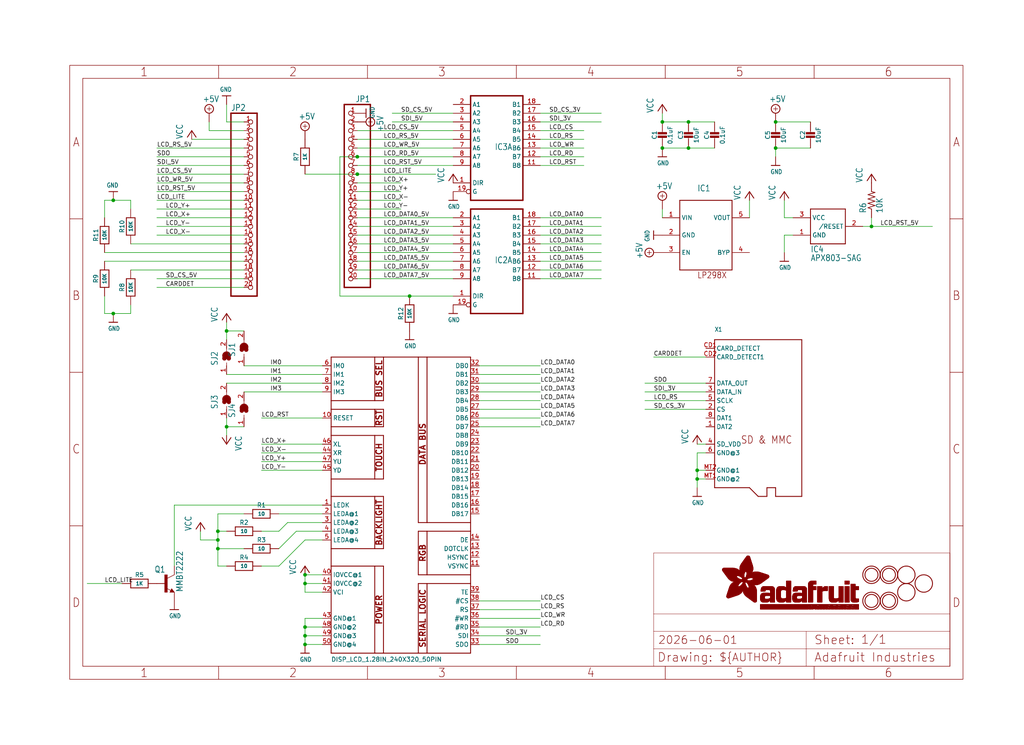
<source format=kicad_sch>
(kicad_sch (version 20230121) (generator eeschema)
  (paper "User" 298.45 217.322)
  (lib_symbols
    (symbol "working-eagle-import:+5V" (power)
      (property "Value" "+5V" (at -1.905 3.175 0))
      (symbol "+5V_1_0"
        (pin power_in line (at 0 -2.54 90) (length 2.54) (name "+5V") (number "1"))
      )
    )
    (symbol "working-eagle-import:-NPN-SOT23-BEC"
      (property "Reference" "T" (at -10.16 7.62 0))
      (symbol "-NPN-SOT23-BEC_1_0"
        (pin passive line (at -2.54 0 0) (length 2.54) (name "B") (number "B"))
        (pin passive line (at 2.54 5.08 270) (length 2.54) (name "C") (number "C"))
        (pin passive line (at 2.54 -5.08 90) (length 2.54) (name "E") (number "E"))
      )
    )
    (symbol "working-eagle-import:74245DW"
      (property "Reference" "IC" (at -0.635 -0.635 0))
      (symbol "74245DW_1_0"
        (pin input line (at -12.7 -10.16 0) (length 5.08) (name "DIR") (number "1"))
        (pin bidirectional line (at 12.7 -5.08 180) (length 5.08) (name "B8") (number "11"))
        (pin bidirectional line (at 12.7 -2.54 180) (length 5.08) (name "B7") (number "12"))
        (pin bidirectional line (at 12.7 0 180) (length 5.08) (name "B6") (number "13"))
        (pin bidirectional line (at 12.7 2.54 180) (length 5.08) (name "B5") (number "14"))
        (pin bidirectional line (at 12.7 5.08 180) (length 5.08) (name "B4") (number "15"))
        (pin bidirectional line (at 12.7 7.62 180) (length 5.08) (name "B3") (number "16"))
        (pin bidirectional line (at 12.7 10.16 180) (length 5.08) (name "B2") (number "17"))
        (pin bidirectional line (at 12.7 12.7 180) (length 5.08) (name "B1") (number "18"))
        (pin input inverted (at -12.7 -12.7 0) (length 5.08) (name "G") (number "19"))
        (pin bidirectional line (at -12.7 12.7 0) (length 5.08) (name "A1") (number "2"))
        (pin bidirectional line (at -12.7 10.16 0) (length 5.08) (name "A2") (number "3"))
        (pin bidirectional line (at -12.7 7.62 0) (length 5.08) (name "A3") (number "4"))
        (pin bidirectional line (at -12.7 5.08 0) (length 5.08) (name "A4") (number "5"))
        (pin bidirectional line (at -12.7 2.54 0) (length 5.08) (name "A5") (number "6"))
        (pin bidirectional line (at -12.7 0 0) (length 5.08) (name "A6") (number "7"))
        (pin bidirectional line (at -12.7 -2.54 0) (length 5.08) (name "A7") (number "8"))
        (pin bidirectional line (at -12.7 -5.08 0) (length 5.08) (name "A8") (number "9"))
      )
      (symbol "74245DW_2_0"
        (text "GND" (at 1.905 -5.842 900) (effects (font (size 1.27 1.0795)) (justify left bottom)))
        (text "VCC" (at 1.905 2.54 900) (effects (font (size 1.27 1.0795)) (justify left bottom)))
        (pin power_in line (at 0 -7.62 90) (length 5.08) (name "GND") (number "10"))
        (pin power_in line (at 0 7.62 270) (length 5.08) (name "VCC") (number "20"))
      )
    )
    (symbol "working-eagle-import:AXP083-SAG"
      (property "Reference" "IC" (at -5.08 -7.62 0))
      (symbol "AXP083-SAG_1_0"
        (pin power_in line (at -10.16 -2.54 0) (length 5.08) (name "GND") (number "1"))
        (pin output line (at 10.16 0 180) (length 5.08) (name "/RESET") (number "2"))
        (pin power_in line (at -10.16 2.54 0) (length 5.08) (name "VCC") (number "3"))
      )
    )
    (symbol "working-eagle-import:CAP_CERAMIC0805-NOOUTLINE"
      (property "Reference" "C" (at -2.29 1.25 90))
      (symbol "CAP_CERAMIC0805-NOOUTLINE_1_0"
        (pin passive line (at 0 5.08 270) (length 2.54) (name "1") (number "1"))
        (pin passive line (at 0 -2.54 90) (length 2.54) (name "2") (number "2"))
      )
    )
    (symbol "working-eagle-import:DISP_LCD_1.28IN_240X320_50PIN"
      (symbol "DISP_LCD_1.28IN_240X320_50PIN_1_0"
        (text "BACKLIGHT" (at -6.35 -7.62 900) (effects (font (size 1.6764 1.6764) (thickness 0.3353) bold)))
        (text "BUS SEL" (at -6.35 34.29 900) (effects (font (size 1.6764 1.6764) (thickness 0.3353) bold)))
        (text "DATA BUS" (at 6.35 15.24 900) (effects (font (size 1.6764 1.6764) (thickness 0.3353) bold)))
        (text "POWER" (at -6.35 -33.02 900) (effects (font (size 1.6764 1.6764) (thickness 0.3353) bold)))
        (text "RGB" (at 6.35 -16.51 900) (effects (font (size 1.6764 1.6764) (thickness 0.3353) bold)))
        (text "RST" (at -6.35 22.86 900) (effects (font (size 1.6764 1.6764) (thickness 0.3353) bold)))
        (text "SERIAL LOGIC" (at 6.35 -35.56 900) (effects (font (size 1.6764 1.6764) (thickness 0.3353) bold)))
        (text "TOUCH" (at -6.35 11.43 900) (effects (font (size 1.6764 1.6764) (thickness 0.3353) bold)))
        (pin bidirectional line (at -22.86 -2.54 0) (length 2.54) (name "LEDK") (number "1"))
        (pin bidirectional line (at -22.86 22.86 0) (length 2.54) (name "RESET") (number "10"))
        (pin bidirectional line (at 22.86 -20.32 180) (length 2.54) (name "VSYNC") (number "11"))
        (pin bidirectional line (at 22.86 -17.78 180) (length 2.54) (name "HSYNC") (number "12"))
        (pin bidirectional line (at 22.86 -15.24 180) (length 2.54) (name "DOTCLK") (number "13"))
        (pin bidirectional line (at 22.86 -12.7 180) (length 2.54) (name "DE") (number "14"))
        (pin bidirectional line (at 22.86 -5.08 180) (length 2.54) (name "DB17") (number "15"))
        (pin bidirectional line (at 22.86 -2.54 180) (length 2.54) (name "DB16") (number "16"))
        (pin bidirectional line (at 22.86 0 180) (length 2.54) (name "DB15") (number "17"))
        (pin bidirectional line (at 22.86 2.54 180) (length 2.54) (name "DB14") (number "18"))
        (pin bidirectional line (at 22.86 5.08 180) (length 2.54) (name "DB13") (number "19"))
        (pin bidirectional line (at -22.86 -5.08 0) (length 2.54) (name "LEDA@1") (number "2"))
        (pin bidirectional line (at 22.86 7.62 180) (length 2.54) (name "DB12") (number "20"))
        (pin bidirectional line (at 22.86 10.16 180) (length 2.54) (name "DB11") (number "21"))
        (pin bidirectional line (at 22.86 12.7 180) (length 2.54) (name "DB10") (number "22"))
        (pin bidirectional line (at 22.86 15.24 180) (length 2.54) (name "DB9") (number "23"))
        (pin bidirectional line (at 22.86 17.78 180) (length 2.54) (name "DB8") (number "24"))
        (pin bidirectional line (at 22.86 20.32 180) (length 2.54) (name "DB7") (number "25"))
        (pin bidirectional line (at 22.86 22.86 180) (length 2.54) (name "DB6") (number "26"))
        (pin bidirectional line (at 22.86 25.4 180) (length 2.54) (name "DB5") (number "27"))
        (pin bidirectional line (at 22.86 27.94 180) (length 2.54) (name "DB4") (number "28"))
        (pin bidirectional line (at 22.86 30.48 180) (length 2.54) (name "DB3") (number "29"))
        (pin bidirectional line (at -22.86 -7.62 0) (length 2.54) (name "LEDA@2") (number "3"))
        (pin bidirectional line (at 22.86 33.02 180) (length 2.54) (name "DB2") (number "30"))
        (pin bidirectional line (at 22.86 35.56 180) (length 2.54) (name "DB1") (number "31"))
        (pin bidirectional line (at 22.86 38.1 180) (length 2.54) (name "DB0") (number "32"))
        (pin bidirectional line (at 22.86 -43.18 180) (length 2.54) (name "SDO") (number "33"))
        (pin bidirectional line (at 22.86 -40.64 180) (length 2.54) (name "SDI") (number "34"))
        (pin bidirectional line (at 22.86 -38.1 180) (length 2.54) (name "#RD") (number "35"))
        (pin bidirectional line (at 22.86 -35.56 180) (length 2.54) (name "#WR") (number "36"))
        (pin bidirectional line (at 22.86 -33.02 180) (length 2.54) (name "RS") (number "37"))
        (pin bidirectional line (at 22.86 -30.48 180) (length 2.54) (name "#CS") (number "38"))
        (pin bidirectional line (at 22.86 -27.94 180) (length 2.54) (name "TE") (number "39"))
        (pin bidirectional line (at -22.86 -10.16 0) (length 2.54) (name "LEDA@3") (number "4"))
        (pin bidirectional line (at -22.86 -22.86 0) (length 2.54) (name "IOVCC@1") (number "40"))
        (pin bidirectional line (at -22.86 -25.4 0) (length 2.54) (name "IOVCC@2") (number "41"))
        (pin bidirectional line (at -22.86 -27.94 0) (length 2.54) (name "VCI") (number "42"))
        (pin bidirectional line (at -22.86 -35.56 0) (length 2.54) (name "GND@1") (number "43"))
        (pin bidirectional line (at -22.86 12.7 0) (length 2.54) (name "XR") (number "44"))
        (pin bidirectional line (at -22.86 7.62 0) (length 2.54) (name "YD") (number "45"))
        (pin bidirectional line (at -22.86 15.24 0) (length 2.54) (name "XL") (number "46"))
        (pin bidirectional line (at -22.86 10.16 0) (length 2.54) (name "YU") (number "47"))
        (pin bidirectional line (at -22.86 -38.1 0) (length 2.54) (name "GND@2") (number "48"))
        (pin bidirectional line (at -22.86 -40.64 0) (length 2.54) (name "GND@3") (number "49"))
        (pin bidirectional line (at -22.86 -12.7 0) (length 2.54) (name "LEDA@4") (number "5"))
        (pin bidirectional line (at -22.86 -43.18 0) (length 2.54) (name "GND@4") (number "50"))
        (pin bidirectional line (at -22.86 38.1 0) (length 2.54) (name "IM0") (number "6"))
        (pin bidirectional line (at -22.86 35.56 0) (length 2.54) (name "IM1") (number "7"))
        (pin bidirectional line (at -22.86 33.02 0) (length 2.54) (name "IM2") (number "8"))
        (pin bidirectional line (at -22.86 30.48 0) (length 2.54) (name "IM3") (number "9"))
      )
    )
    (symbol "working-eagle-import:FIDUCIAL")
    (symbol "working-eagle-import:FRAME_A4_ADAFRUIT"
      (symbol "FRAME_A4_ADAFRUIT_1_0"
        (text "${#}/${##}" (at 230.505 10.16 0) (effects (font (size 2.54 2.54)) (justify left bottom)))
        (text "${AUTHOR}" (at 189.23 5.08 0) (effects (font (size 2.286 2.286)) (justify left bottom)))
        (text "${CURRENT_DATE}" (at 171.45 10.16 0) (effects (font (size 2.286 2.286)) (justify left bottom)))
        (text "${PROJECTNAME}" (at 171.45 15.24 0) (effects (font (size 2.54 2.54)) (justify left bottom)))
        (text "1" (at 21.6958 1.905 0) (effects (font (size 2.54 2.286))))
        (text "1" (at 21.6958 177.165 0) (effects (font (size 2.54 2.286))))
        (text "2" (at 65.0875 1.905 0) (effects (font (size 2.54 2.286))))
        (text "2" (at 65.0875 177.165 0) (effects (font (size 2.54 2.286))))
        (text "3" (at 108.4792 1.905 0) (effects (font (size 2.54 2.286))))
        (text "3" (at 108.4792 177.165 0) (effects (font (size 2.54 2.286))))
        (text "4" (at 151.8708 1.905 0) (effects (font (size 2.54 2.286))))
        (text "4" (at 151.8708 177.165 0) (effects (font (size 2.54 2.286))))
        (text "5" (at 195.2625 1.905 0) (effects (font (size 2.54 2.286))))
        (text "5" (at 195.2625 177.165 0) (effects (font (size 2.54 2.286))))
        (text "6" (at 238.6542 1.905 0) (effects (font (size 2.54 2.286))))
        (text "6" (at 238.6542 177.165 0) (effects (font (size 2.54 2.286))))
        (text "A" (at 1.905 156.6863 0) (effects (font (size 2.54 2.286))))
        (text "A" (at 258.445 156.6863 0) (effects (font (size 2.54 2.286))))
        (text "Adafruit Industries" (at 216.916 4.953 0) (effects (font (size 2.54 2.54)) (justify left bottom)))
        (text "B" (at 1.905 111.9188 0) (effects (font (size 2.54 2.286))))
        (text "B" (at 258.445 111.9188 0) (effects (font (size 2.54 2.286))))
        (text "C" (at 1.905 67.1513 0) (effects (font (size 2.54 2.286))))
        (text "C" (at 258.445 67.1513 0) (effects (font (size 2.54 2.286))))
        (text "D" (at 1.905 22.3838 0) (effects (font (size 2.54 2.286))))
        (text "D" (at 258.445 22.3838 0) (effects (font (size 2.54 2.286))))
        (text "Drawing:" (at 171.196 4.953 0) (effects (font (size 2.54 2.54)) (justify left bottom)))
        (text "Sheet:" (at 216.916 10.033 0) (effects (font (size 2.54 2.54)) (justify left bottom)))
      )
    )
    (symbol "working-eagle-import:GND" (power)
      (property "Value" "GND" (at -1.524 -2.54 0))
      (symbol "GND_1_0"
        (pin power_in line (at 0 2.54 270) (length 2.54) (name "GND") (number "1"))
      )
    )
    (symbol "working-eagle-import:HEADER-1X20ROUND"
      (property "Reference" "JP" (at -6.35 26.035 0))
      (symbol "HEADER-1X20ROUND_1_0"
        (pin passive inverted (at -2.54 22.86 0) (length 2.54) (name "1") (number "1"))
        (pin passive inverted (at -2.54 0 0) (length 2.54) (name "10") (number "10"))
        (pin passive inverted (at -2.54 -2.54 0) (length 2.54) (name "11") (number "11"))
        (pin passive inverted (at -2.54 -5.08 0) (length 2.54) (name "12") (number "12"))
        (pin passive inverted (at -2.54 -7.62 0) (length 2.54) (name "13") (number "13"))
        (pin passive inverted (at -2.54 -10.16 0) (length 2.54) (name "14") (number "14"))
        (pin passive inverted (at -2.54 -12.7 0) (length 2.54) (name "15") (number "15"))
        (pin passive inverted (at -2.54 -15.24 0) (length 2.54) (name "16") (number "16"))
        (pin passive inverted (at -2.54 -17.78 0) (length 2.54) (name "17") (number "17"))
        (pin passive inverted (at -2.54 -20.32 0) (length 2.54) (name "18") (number "18"))
        (pin passive inverted (at -2.54 -22.86 0) (length 2.54) (name "19") (number "19"))
        (pin passive inverted (at -2.54 20.32 0) (length 2.54) (name "2") (number "2"))
        (pin passive inverted (at -2.54 -25.4 0) (length 2.54) (name "20") (number "20"))
        (pin passive inverted (at -2.54 17.78 0) (length 2.54) (name "3") (number "3"))
        (pin passive inverted (at -2.54 15.24 0) (length 2.54) (name "4") (number "4"))
        (pin passive inverted (at -2.54 12.7 0) (length 2.54) (name "5") (number "5"))
        (pin passive inverted (at -2.54 10.16 0) (length 2.54) (name "6") (number "6"))
        (pin passive inverted (at -2.54 7.62 0) (length 2.54) (name "7") (number "7"))
        (pin passive inverted (at -2.54 5.08 0) (length 2.54) (name "8") (number "8"))
        (pin passive inverted (at -2.54 2.54 0) (length 2.54) (name "9") (number "9"))
      )
    )
    (symbol "working-eagle-import:LP298XS"
      (property "Reference" "IC" (at -12.7 -5.08 90))
      (symbol "LP298XS_1_0"
        (text "LP298X" (at 12.7 -5.08 900) (effects (font (size 1.778 1.5113)) (justify left bottom)))
        (pin bidirectional line (at -5.08 -15.24 90) (length 5.08) (name "VIN") (number "1"))
        (pin bidirectional line (at 0 -15.24 90) (length 5.08) (name "GND") (number "2"))
        (pin bidirectional line (at 5.08 -15.24 90) (length 5.08) (name "EN") (number "3"))
        (pin bidirectional line (at 5.08 10.16 270) (length 5.08) (name "BYP") (number "4"))
        (pin bidirectional line (at -5.08 10.16 270) (length 5.08) (name "VOUT") (number "5"))
      )
    )
    (symbol "working-eagle-import:MICROSD"
      (property "Reference" "X" (at -12.7 22.606 0))
      (symbol "MICROSD_1_0"
        (text "SD & MMC" (at -5.08 -10.16 0) (effects (font (size 2.1844 1.8567)) (justify left bottom)))
        (pin bidirectional line (at -15.24 -5.08 0) (length 2.54) (name "DAT2") (number "1"))
        (pin input line (at -15.24 0 0) (length 2.54) (name "CS") (number "2"))
        (pin input line (at -15.24 5.08 0) (length 2.54) (name "DATA_IN") (number "3"))
        (pin power_in line (at -15.24 -10.16 0) (length 2.54) (name "SD_VDD") (number "4"))
        (pin input line (at -15.24 2.54 0) (length 2.54) (name "SCLK") (number "5"))
        (pin power_in line (at -15.24 -12.7 0) (length 2.54) (name "GND@3") (number "6"))
        (pin output line (at -15.24 7.62 0) (length 2.54) (name "DATA_OUT") (number "7"))
        (pin bidirectional line (at -15.24 -2.54 0) (length 2.54) (name "DAT1") (number "8"))
        (pin passive line (at -15.24 17.78 0) (length 2.54) (name "CARD_DETECT") (number "CD1"))
        (pin passive line (at -15.24 15.24 0) (length 2.54) (name "CARD_DETECT1") (number "CD2"))
        (pin power_in line (at -15.24 -20.32 0) (length 2.54) (name "GND@2") (number "MT1"))
        (pin power_in line (at -15.24 -17.78 0) (length 2.54) (name "GND@1") (number "MT2"))
      )
    )
    (symbol "working-eagle-import:MOUNTINGHOLE3.0THIN")
    (symbol "working-eagle-import:R-US_R0805"
      (property "Reference" "R" (at -3.81 1.4986 0))
      (symbol "R-US_R0805_1_0"
        (pin passive line (at -5.08 0 0) (length 2.54) (name "1") (number "1"))
        (pin passive line (at 5.08 0 180) (length 2.54) (name "2") (number "2"))
      )
    )
    (symbol "working-eagle-import:RESISTOR0805_NOOUTLINE"
      (property "Reference" "R" (at 0 2.54 0))
      (symbol "RESISTOR0805_NOOUTLINE_1_0"
        (pin passive line (at -5.08 0 0) (length 2.54) (name "1") (number "1"))
        (pin passive line (at 5.08 0 180) (length 2.54) (name "2") (number "2"))
      )
    )
    (symbol "working-eagle-import:SOLDERJUMPER"
      (property "Reference" "SJ" (at -2.54 2.54 0))
      (symbol "SOLDERJUMPER_1_0"
        (pin passive line (at -5.08 0 0) (length 2.54) (name "1") (number "1"))
        (pin passive line (at 5.08 0 180) (length 2.54) (name "2") (number "2"))
      )
    )
    (symbol "working-eagle-import:VCC" (power)
      (property "Value" "VCC" (at -2.54 -2.54 90))
      (symbol "VCC_1_0"
        (pin power_in line (at 0 -2.54 90) (length 2.54) (name "VCC") (number "1"))
      )
    )
  )
  (junction (at 226.06 43.18))
  (junction (at 193.04 35.56))
  (junction (at 63.5 160.02))
  (junction (at 193.04 43.18))
  (junction (at 33.02 91.44))
  (junction (at 63.5 157.48))
  (junction (at 203.2 139.7))
  (junction (at 203.2 137.16))
  (junction (at 66.04 124.46))
  (junction (at 63.5 154.94))
  (junction (at 88.9 170.18))
  (junction (at 119.38 86.36))
  (junction (at 33.02 58.42))
  (junction (at 88.9 167.64))
  (junction (at 226.06 35.56))
  (junction (at 66.04 96.52))
  (junction (at 88.9 182.88))
  (junction (at 104.14 45.72))
  (junction (at 104.14 50.8))
  (junction (at 88.9 185.42))
  (junction (at 200.66 43.18))
  (junction (at 254 66.04))
  (junction (at 88.9 187.96))
  (junction (at 200.66 35.56))
  (wire (pts (xy 88.9 167.64) (xy 88.9 170.18)) (stroke (width 0.1524)))
  (wire (pts (xy 81.28 165.1) (xy 88.9 157.48)) (stroke (width 0.1524)))
  (wire (pts (xy 71.12 78.74) (xy 38.1 78.74)) (stroke (width 0.1524)))
  (wire (pts (xy 132.08 35.56) (xy 114.3 35.56)) (stroke (width 0.1524)))
  (wire (pts (xy 38.1 60.96) (xy 38.1 58.42)) (stroke (width 0.1524)))
  (wire (pts (xy 104.14 58.42) (xy 116.84 58.42)) (stroke (width 0.1524)))
  (wire (pts (xy 139.7 116.84) (xy 157.48 116.84)) (stroke (width 0.1524)))
  (wire (pts (xy 71.12 83.82) (xy 45.72 83.82)) (stroke (width 0.1524)))
  (wire (pts (xy 88.9 172.72) (xy 88.9 170.18)) (stroke (width 0.1524)))
  (wire (pts (xy 175.26 68.58) (xy 157.48 68.58)) (stroke (width 0.1524)))
  (wire (pts (xy 205.74 132.08) (xy 203.2 132.08)) (stroke (width 0.1524)))
  (wire (pts (xy 205.74 114.3) (xy 187.96 114.3)) (stroke (width 0.1524)))
  (wire (pts (xy 93.98 172.72) (xy 88.9 172.72)) (stroke (width 0.1524)))
  (wire (pts (xy 254 63.5) (xy 254 66.04)) (stroke (width 0.1524)))
  (wire (pts (xy 33.02 58.42) (xy 30.48 58.42)) (stroke (width 0.1524)))
  (wire (pts (xy 139.7 106.68) (xy 157.48 106.68)) (stroke (width 0.1524)))
  (wire (pts (xy 30.48 91.44) (xy 33.02 91.44)) (stroke (width 0.1524)))
  (wire (pts (xy 66.04 99.06) (xy 66.04 96.52)) (stroke (width 0.1524)))
  (wire (pts (xy 71.12 66.04) (xy 45.72 66.04)) (stroke (width 0.1524)))
  (wire (pts (xy 50.8 165.1) (xy 50.8 147.32)) (stroke (width 0.1524)))
  (wire (pts (xy 66.04 93.98) (xy 66.04 96.52)) (stroke (width 0.1524)))
  (wire (pts (xy 139.7 182.88) (xy 157.48 182.88)) (stroke (width 0.1524)))
  (wire (pts (xy 93.98 129.54) (xy 76.2 129.54)) (stroke (width 0.1524)))
  (wire (pts (xy 66.04 109.22) (xy 93.98 109.22)) (stroke (width 0.1524)))
  (wire (pts (xy 30.48 86.36) (xy 30.48 91.44)) (stroke (width 0.1524)))
  (wire (pts (xy 175.26 76.2) (xy 157.48 76.2)) (stroke (width 0.1524)))
  (wire (pts (xy 66.04 35.56) (xy 66.04 30.48)) (stroke (width 0.1524)))
  (wire (pts (xy 139.7 111.76) (xy 157.48 111.76)) (stroke (width 0.1524)))
  (wire (pts (xy 132.08 76.2) (xy 104.14 76.2)) (stroke (width 0.1524)))
  (wire (pts (xy 45.72 43.18) (xy 71.12 43.18)) (stroke (width 0.1524)))
  (wire (pts (xy 93.98 182.88) (xy 88.9 182.88)) (stroke (width 0.1524)))
  (wire (pts (xy 226.06 43.18) (xy 236.22 43.18)) (stroke (width 0.1524)))
  (wire (pts (xy 104.14 50.8) (xy 88.9 50.8)) (stroke (width 0.1524)))
  (wire (pts (xy 86.36 154.94) (xy 93.98 154.94)) (stroke (width 0.1524)))
  (wire (pts (xy 63.5 165.1) (xy 63.5 160.02)) (stroke (width 0.1524)))
  (wire (pts (xy 93.98 137.16) (xy 76.2 137.16)) (stroke (width 0.1524)))
  (wire (pts (xy 45.72 45.72) (xy 71.12 45.72)) (stroke (width 0.1524)))
  (wire (pts (xy 38.1 58.42) (xy 33.02 58.42)) (stroke (width 0.1524)))
  (wire (pts (xy 33.02 91.44) (xy 38.1 91.44)) (stroke (width 0.1524)))
  (wire (pts (xy 139.7 175.26) (xy 157.48 175.26)) (stroke (width 0.1524)))
  (wire (pts (xy 132.08 73.66) (xy 104.14 73.66)) (stroke (width 0.1524)))
  (wire (pts (xy 139.7 187.96) (xy 157.48 187.96)) (stroke (width 0.1524)))
  (wire (pts (xy 226.06 35.56) (xy 236.22 35.56)) (stroke (width 0.1524)))
  (wire (pts (xy 88.9 185.42) (xy 93.98 185.42)) (stroke (width 0.1524)))
  (wire (pts (xy 132.08 63.5) (xy 104.14 63.5)) (stroke (width 0.1524)))
  (wire (pts (xy 226.06 45.72) (xy 226.06 43.18)) (stroke (width 0.1524)))
  (wire (pts (xy 205.74 104.14) (xy 190.5 104.14)) (stroke (width 0.1524)))
  (wire (pts (xy 71.12 60.96) (xy 45.72 60.96)) (stroke (width 0.1524)))
  (wire (pts (xy 175.26 63.5) (xy 157.48 63.5)) (stroke (width 0.1524)))
  (wire (pts (xy 45.72 53.34) (xy 71.12 53.34)) (stroke (width 0.1524)))
  (wire (pts (xy 71.12 63.5) (xy 45.72 63.5)) (stroke (width 0.1524)))
  (wire (pts (xy 88.9 157.48) (xy 93.98 157.48)) (stroke (width 0.1524)))
  (wire (pts (xy 175.26 66.04) (xy 157.48 66.04)) (stroke (width 0.1524)))
  (wire (pts (xy 45.72 50.8) (xy 71.12 50.8)) (stroke (width 0.1524)))
  (wire (pts (xy 81.28 154.94) (xy 83.82 152.4)) (stroke (width 0.1524)))
  (wire (pts (xy 104.14 40.64) (xy 132.08 40.64)) (stroke (width 0.1524)))
  (wire (pts (xy 104.14 43.18) (xy 132.08 43.18)) (stroke (width 0.1524)))
  (wire (pts (xy 157.48 35.56) (xy 175.26 35.56)) (stroke (width 0.1524)))
  (wire (pts (xy 66.04 154.94) (xy 63.5 154.94)) (stroke (width 0.1524)))
  (wire (pts (xy 93.98 167.64) (xy 88.9 167.64)) (stroke (width 0.1524)))
  (wire (pts (xy 203.2 137.16) (xy 205.74 137.16)) (stroke (width 0.1524)))
  (wire (pts (xy 38.1 91.44) (xy 38.1 88.9)) (stroke (width 0.1524)))
  (wire (pts (xy 139.7 109.22) (xy 157.48 109.22)) (stroke (width 0.1524)))
  (wire (pts (xy 175.26 78.74) (xy 157.48 78.74)) (stroke (width 0.1524)))
  (wire (pts (xy 66.04 165.1) (xy 63.5 165.1)) (stroke (width 0.1524)))
  (wire (pts (xy 203.2 139.7) (xy 203.2 137.16)) (stroke (width 0.1524)))
  (wire (pts (xy 71.12 48.26) (xy 45.72 48.26)) (stroke (width 0.1524)))
  (wire (pts (xy 104.14 60.96) (xy 116.84 60.96)) (stroke (width 0.1524)))
  (wire (pts (xy 132.08 66.04) (xy 104.14 66.04)) (stroke (width 0.1524)))
  (wire (pts (xy 119.38 86.36) (xy 99.06 86.36)) (stroke (width 0.1524)))
  (wire (pts (xy 132.08 81.28) (xy 104.14 81.28)) (stroke (width 0.1524)))
  (wire (pts (xy 93.98 180.34) (xy 88.9 180.34)) (stroke (width 0.1524)))
  (wire (pts (xy 88.9 180.34) (xy 88.9 182.88)) (stroke (width 0.1524)))
  (wire (pts (xy 139.7 124.46) (xy 157.48 124.46)) (stroke (width 0.1524)))
  (wire (pts (xy 254 66.04) (xy 271.78 66.04)) (stroke (width 0.1524)))
  (wire (pts (xy 66.04 96.52) (xy 71.12 96.52)) (stroke (width 0.1524)))
  (wire (pts (xy 187.96 119.38) (xy 205.74 119.38)) (stroke (width 0.1524)))
  (wire (pts (xy 38.1 71.12) (xy 71.12 71.12)) (stroke (width 0.1524)))
  (wire (pts (xy 157.48 48.26) (xy 170.18 48.26)) (stroke (width 0.1524)))
  (wire (pts (xy 60.96 38.1) (xy 60.96 35.56)) (stroke (width 0.1524)))
  (wire (pts (xy 30.48 73.66) (xy 71.12 73.66)) (stroke (width 0.1524)))
  (wire (pts (xy 132.08 71.12) (xy 104.14 71.12)) (stroke (width 0.1524)))
  (wire (pts (xy 203.2 139.7) (xy 203.2 142.24)) (stroke (width 0.1524)))
  (wire (pts (xy 58.42 157.48) (xy 63.5 157.48)) (stroke (width 0.1524)))
  (wire (pts (xy 63.5 154.94) (xy 63.5 149.86)) (stroke (width 0.1524)))
  (wire (pts (xy 88.9 185.42) (xy 88.9 187.96)) (stroke (width 0.1524)))
  (wire (pts (xy 208.28 43.18) (xy 200.66 43.18)) (stroke (width 0.1524)))
  (wire (pts (xy 205.74 139.7) (xy 203.2 139.7)) (stroke (width 0.1524)))
  (wire (pts (xy 63.5 160.02) (xy 71.12 160.02)) (stroke (width 0.1524)))
  (wire (pts (xy 175.26 71.12) (xy 157.48 71.12)) (stroke (width 0.1524)))
  (wire (pts (xy 228.6 73.66) (xy 228.6 68.58)) (stroke (width 0.1524)))
  (wire (pts (xy 104.14 45.72) (xy 132.08 45.72)) (stroke (width 0.1524)))
  (wire (pts (xy 50.8 147.32) (xy 93.98 147.32)) (stroke (width 0.1524)))
  (wire (pts (xy 58.42 154.94) (xy 58.42 157.48)) (stroke (width 0.1524)))
  (wire (pts (xy 63.5 160.02) (xy 63.5 157.48)) (stroke (width 0.1524)))
  (wire (pts (xy 132.08 78.74) (xy 104.14 78.74)) (stroke (width 0.1524)))
  (wire (pts (xy 157.48 40.64) (xy 170.18 40.64)) (stroke (width 0.1524)))
  (wire (pts (xy 231.14 63.5) (xy 228.6 63.5)) (stroke (width 0.1524)))
  (wire (pts (xy 81.28 160.02) (xy 86.36 154.94)) (stroke (width 0.1524)))
  (wire (pts (xy 193.04 43.18) (xy 200.66 43.18)) (stroke (width 0.1524)))
  (wire (pts (xy 228.6 63.5) (xy 228.6 58.42)) (stroke (width 0.1524)))
  (wire (pts (xy 71.12 58.42) (xy 45.72 58.42)) (stroke (width 0.1524)))
  (wire (pts (xy 88.9 170.18) (xy 93.98 170.18)) (stroke (width 0.1524)))
  (wire (pts (xy 157.48 38.1) (xy 170.18 38.1)) (stroke (width 0.1524)))
  (wire (pts (xy 93.98 134.62) (xy 76.2 134.62)) (stroke (width 0.1524)))
  (wire (pts (xy 193.04 60.96) (xy 193.04 63.5)) (stroke (width 0.1524)))
  (wire (pts (xy 193.04 33.02) (xy 193.04 35.56)) (stroke (width 0.1524)))
  (wire (pts (xy 114.3 33.02) (xy 132.08 33.02)) (stroke (width 0.1524)))
  (wire (pts (xy 132.08 86.36) (xy 119.38 86.36)) (stroke (width 0.1524)))
  (wire (pts (xy 139.7 180.34) (xy 157.48 180.34)) (stroke (width 0.1524)))
  (wire (pts (xy 132.08 68.58) (xy 104.14 68.58)) (stroke (width 0.1524)))
  (wire (pts (xy 76.2 121.92) (xy 93.98 121.92)) (stroke (width 0.1524)))
  (wire (pts (xy 228.6 68.58) (xy 231.14 68.58)) (stroke (width 0.1524)))
  (wire (pts (xy 45.72 81.28) (xy 71.12 81.28)) (stroke (width 0.1524)))
  (wire (pts (xy 251.46 66.04) (xy 254 66.04)) (stroke (width 0.1524)))
  (wire (pts (xy 205.74 116.84) (xy 187.96 116.84)) (stroke (width 0.1524)))
  (wire (pts (xy 139.7 119.38) (xy 157.48 119.38)) (stroke (width 0.1524)))
  (wire (pts (xy 104.14 50.8) (xy 127 50.8)) (stroke (width 0.1524)))
  (wire (pts (xy 93.98 114.3) (xy 71.12 114.3)) (stroke (width 0.1524)))
  (wire (pts (xy 93.98 106.68) (xy 71.12 106.68)) (stroke (width 0.1524)))
  (wire (pts (xy 99.06 86.36) (xy 99.06 45.72)) (stroke (width 0.1524)))
  (wire (pts (xy 63.5 149.86) (xy 71.12 149.86)) (stroke (width 0.1524)))
  (wire (pts (xy 104.14 55.88) (xy 116.84 55.88)) (stroke (width 0.1524)))
  (wire (pts (xy 175.26 81.28) (xy 157.48 81.28)) (stroke (width 0.1524)))
  (wire (pts (xy 76.2 154.94) (xy 81.28 154.94)) (stroke (width 0.1524)))
  (wire (pts (xy 81.28 149.86) (xy 93.98 149.86)) (stroke (width 0.1524)))
  (wire (pts (xy 55.88 40.64) (xy 71.12 40.64)) (stroke (width 0.1524)))
  (wire (pts (xy 104.14 45.72) (xy 99.06 45.72)) (stroke (width 0.1524)))
  (wire (pts (xy 30.48 76.2) (xy 71.12 76.2)) (stroke (width 0.1524)))
  (wire (pts (xy 71.12 38.1) (xy 60.96 38.1)) (stroke (width 0.1524)))
  (wire (pts (xy 30.48 58.42) (xy 30.48 63.5)) (stroke (width 0.1524)))
  (wire (pts (xy 88.9 187.96) (xy 93.98 187.96)) (stroke (width 0.1524)))
  (wire (pts (xy 200.66 35.56) (xy 208.28 35.56)) (stroke (width 0.1524)))
  (wire (pts (xy 66.04 124.46) (xy 66.04 121.92)) (stroke (width 0.1524)))
  (wire (pts (xy 218.44 58.42) (xy 218.44 63.5)) (stroke (width 0.1524)))
  (wire (pts (xy 187.96 111.76) (xy 205.74 111.76)) (stroke (width 0.1524)))
  (wire (pts (xy 205.74 129.54) (xy 203.2 129.54)) (stroke (width 0.1524)))
  (wire (pts (xy 93.98 111.76) (xy 66.04 111.76)) (stroke (width 0.1524)))
  (wire (pts (xy 139.7 185.42) (xy 157.48 185.42)) (stroke (width 0.1524)))
  (wire (pts (xy 139.7 177.8) (xy 157.48 177.8)) (stroke (width 0.1524)))
  (wire (pts (xy 157.48 45.72) (xy 170.18 45.72)) (stroke (width 0.1524)))
  (wire (pts (xy 104.14 53.34) (xy 116.84 53.34)) (stroke (width 0.1524)))
  (wire (pts (xy 71.12 35.56) (xy 66.04 35.56)) (stroke (width 0.1524)))
  (wire (pts (xy 83.82 152.4) (xy 93.98 152.4)) (stroke (width 0.1524)))
  (wire (pts (xy 175.26 73.66) (xy 157.48 73.66)) (stroke (width 0.1524)))
  (wire (pts (xy 88.9 182.88) (xy 88.9 185.42)) (stroke (width 0.1524)))
  (wire (pts (xy 63.5 157.48) (xy 63.5 154.94)) (stroke (width 0.1524)))
  (wire (pts (xy 71.12 68.58) (xy 45.72 68.58)) (stroke (width 0.1524)))
  (wire (pts (xy 93.98 132.08) (xy 76.2 132.08)) (stroke (width 0.1524)))
  (wire (pts (xy 45.72 55.88) (xy 71.12 55.88)) (stroke (width 0.1524)))
  (wire (pts (xy 104.14 38.1) (xy 132.08 38.1)) (stroke (width 0.1524)))
  (wire (pts (xy 104.14 48.26) (xy 132.08 48.26)) (stroke (width 0.1524)))
  (wire (pts (xy 71.12 124.46) (xy 66.04 124.46)) (stroke (width 0.1524)))
  (wire (pts (xy 157.48 33.02) (xy 175.26 33.02)) (stroke (width 0.1524)))
  (wire (pts (xy 203.2 132.08) (xy 203.2 137.16)) (stroke (width 0.1524)))
  (wire (pts (xy 139.7 121.92) (xy 157.48 121.92)) (stroke (width 0.1524)))
  (wire (pts (xy 66.04 127) (xy 66.04 124.46)) (stroke (width 0.1524)))
  (wire (pts (xy 139.7 114.3) (xy 157.48 114.3)) (stroke (width 0.1524)))
  (wire (pts (xy 35.56 170.18) (xy 25.4 170.18)) (stroke (width 0.1524)))
  (wire (pts (xy 76.2 165.1) (xy 81.28 165.1)) (stroke (width 0.1524)))
  (wire (pts (xy 157.48 43.18) (xy 170.18 43.18)) (stroke (width 0.1524)))
  (wire (pts (xy 200.66 35.56) (xy 193.04 35.56)) (stroke (width 0.1524)))
  (label "LCD_X-" (at 111.76 58.42 0) (effects (font (size 1.2446 1.2446))))
  (label "SDI_3V" (at 147.32 185.42 0) (effects (font (size 1.2446 1.2446))))
  (label "LCD_DATA2_5V" (at 111.76 68.58 0) (effects (font (size 1.2446 1.2446))))
  (label "SDO" (at 45.72 45.72 0) (effects (font (size 1.2446 1.2446))))
  (label "LCD_RS" (at 190.5 116.84 0) (effects (font (size 1.2446 1.2446))))
  (label "LCD_RST" (at 160.02 48.26 0) (effects (font (size 1.2446 1.2446))))
  (label "LCD_DATA5" (at 157.48 119.38 0) (effects (font (size 1.2446 1.2446))))
  (label "SDI_5V" (at 45.72 48.26 0) (effects (font (size 1.2446 1.2446))))
  (label "SDI_5V" (at 116.84 35.56 0) (effects (font (size 1.2446 1.2446))))
  (label "LCD_DATA7" (at 160.02 81.28 0) (effects (font (size 1.2446 1.2446))))
  (label "LCD_DATA6" (at 157.48 121.92 0) (effects (font (size 1.2446 1.2446))))
  (label "LCD_DATA1_5V" (at 111.76 66.04 0) (effects (font (size 1.2446 1.2446))))
  (label "LCD_CS_5V" (at 111.76 38.1 0) (effects (font (size 1.2446 1.2446))))
  (label "LCD_DATA1" (at 160.02 66.04 0) (effects (font (size 1.2446 1.2446))))
  (label "LCD_DATA0" (at 157.48 106.68 0) (effects (font (size 1.2446 1.2446))))
  (label "CARDDET" (at 48.26 83.82 0) (effects (font (size 1.2446 1.2446))))
  (label "LCD_RS_5V" (at 45.72 43.18 0) (effects (font (size 1.2446 1.2446))))
  (label "LCD_RST_5V" (at 45.72 55.88 0) (effects (font (size 1.2446 1.2446))))
  (label "LCD_Y-" (at 76.2 137.16 0) (effects (font (size 1.2446 1.2446))))
  (label "LCD_DATA5_5V" (at 111.76 76.2 0) (effects (font (size 1.2446 1.2446))))
  (label "LCD_RS" (at 160.02 40.64 0) (effects (font (size 1.2446 1.2446))))
  (label "IM2" (at 78.74 111.76 0) (effects (font (size 1.2446 1.2446))))
  (label "LCD_LITE" (at 45.72 58.42 0) (effects (font (size 1.2446 1.2446))))
  (label "SDO" (at 147.32 187.96 0) (effects (font (size 1.2446 1.2446))))
  (label "LCD_X-" (at 76.2 132.08 0) (effects (font (size 1.2446 1.2446))))
  (label "LCD_Y+" (at 48.26 60.96 0) (effects (font (size 1.2446 1.2446))))
  (label "LCD_WR_5V" (at 45.72 53.34 0) (effects (font (size 1.2446 1.2446))))
  (label "IM1" (at 78.74 109.22 0) (effects (font (size 1.2446 1.2446))))
  (label "LCD_DATA4" (at 157.48 116.84 0) (effects (font (size 1.2446 1.2446))))
  (label "LCD_RD_5V" (at 111.76 45.72 0) (effects (font (size 1.2446 1.2446))))
  (label "LCD_DATA3_5V" (at 111.76 71.12 0) (effects (font (size 1.2446 1.2446))))
  (label "SDI_3V" (at 190.5 114.3 0) (effects (font (size 1.2446 1.2446))))
  (label "LCD_X-" (at 48.26 68.58 0) (effects (font (size 1.2446 1.2446))))
  (label "LCD_Y+" (at 76.2 134.62 0) (effects (font (size 1.2446 1.2446))))
  (label "LCD_DATA1" (at 157.48 109.22 0) (effects (font (size 1.2446 1.2446))))
  (label "LCD_Y+" (at 111.76 55.88 0) (effects (font (size 1.2446 1.2446))))
  (label "LCD_RST" (at 76.2 121.92 0) (effects (font (size 1.2446 1.2446))))
  (label "SD_CS_3V" (at 190.5 119.38 0) (effects (font (size 1.2446 1.2446))))
  (label "CARDDET" (at 190.5 104.14 0) (effects (font (size 1.2446 1.2446))))
  (label "LCD_WR_5V" (at 111.76 43.18 0) (effects (font (size 1.2446 1.2446))))
  (label "LCD_RST_5V" (at 256.54 66.04 0) (effects (font (size 1.2446 1.2446))))
  (label "LCD_CS_5V" (at 45.72 50.8 0) (effects (font (size 1.2446 1.2446))))
  (label "LCD_DATA7_5V" (at 111.76 81.28 0) (effects (font (size 1.2446 1.2446))))
  (label "LCD_DATA0" (at 160.02 63.5 0) (effects (font (size 1.2446 1.2446))))
  (label "LCD_X+" (at 76.2 129.54 0) (effects (font (size 1.2446 1.2446))))
  (label "LCD_RD" (at 157.48 182.88 0) (effects (font (size 1.2446 1.2446))))
  (label "LCD_DATA0_5V" (at 111.76 63.5 0) (effects (font (size 1.2446 1.2446))))
  (label "LCD_WR" (at 157.48 180.34 0) (effects (font (size 1.2446 1.2446))))
  (label "SD_CS_5V" (at 116.84 33.02 0) (effects (font (size 1.2446 1.2446))))
  (label "LCD_RS" (at 157.48 177.8 0) (effects (font (size 1.2446 1.2446))))
  (label "LCD_RST_5V" (at 111.76 48.26 0) (effects (font (size 1.2446 1.2446))))
  (label "LCD_DATA6" (at 160.02 78.74 0) (effects (font (size 1.2446 1.2446))))
  (label "LCD_DATA3" (at 157.48 114.3 0) (effects (font (size 1.2446 1.2446))))
  (label "LCD_DATA4" (at 160.02 73.66 0) (effects (font (size 1.2446 1.2446))))
  (label "SD_CS_5V" (at 48.26 81.28 0) (effects (font (size 1.2446 1.2446))))
  (label "LCD_LITE" (at 111.76 50.8 0) (effects (font (size 1.2446 1.2446))))
  (label "LCD_X+" (at 48.26 63.5 0) (effects (font (size 1.2446 1.2446))))
  (label "SDO" (at 190.5 111.76 0) (effects (font (size 1.2446 1.2446))))
  (label "LCD_DATA2" (at 160.02 68.58 0) (effects (font (size 1.2446 1.2446))))
  (label "LCD_DATA2" (at 157.48 111.76 0) (effects (font (size 1.2446 1.2446))))
  (label "LCD_CS" (at 160.02 38.1 0) (effects (font (size 1.2446 1.2446))))
  (label "LCD_DATA5" (at 160.02 76.2 0) (effects (font (size 1.2446 1.2446))))
  (label "LCD_LITE" (at 30.48 170.18 0) (effects (font (size 1.2446 1.2446))))
  (label "SDI_3V" (at 160.02 35.56 0) (effects (font (size 1.2446 1.2446))))
  (label "LCD_DATA4_5V" (at 111.76 73.66 0) (effects (font (size 1.2446 1.2446))))
  (label "LCD_DATA3" (at 160.02 71.12 0) (effects (font (size 1.2446 1.2446))))
  (label "SD_CS_3V" (at 160.02 33.02 0) (effects (font (size 1.2446 1.2446))))
  (label "LCD_CS" (at 157.48 175.26 0) (effects (font (size 1.2446 1.2446))))
  (label "IM0" (at 78.74 106.68 0) (effects (font (size 1.2446 1.2446))))
  (label "LCD_DATA6_5V" (at 111.76 78.74 0) (effects (font (size 1.2446 1.2446))))
  (label "LCD_DATA7" (at 157.48 124.46 0) (effects (font (size 1.2446 1.2446))))
  (label "IM3" (at 78.74 114.3 0) (effects (font (size 1.2446 1.2446))))
  (label "LCD_WR" (at 160.02 43.18 0) (effects (font (size 1.2446 1.2446))))
  (label "LCD_RD" (at 160.02 45.72 0) (effects (font (size 1.2446 1.2446))))
  (label "LCD_RS_5V" (at 111.76 40.64 0) (effects (font (size 1.2446 1.2446))))
  (label "LCD_X+" (at 111.76 53.34 0) (effects (font (size 1.2446 1.2446))))
  (label "LCD_Y-" (at 111.76 60.96 0) (effects (font (size 1.2446 1.2446))))
  (label "LCD_Y-" (at 48.26 66.04 0) (effects (font (size 1.2446 1.2446))))
  (symbol (lib_id "working-eagle-import:+5V") (at 60.96 33.02 0) (unit 1)
    (property "Reference" "#SUPPLY4" (effects hide))
    (property "Value" "+5V" (at 59.055 29.845 0) (effects (font (size 1.778 1.5113)) (justify left bottom)))
  )
  (symbol (lib_id "working-eagle-import:RESISTOR0805_NOOUTLINE") (at 38.1 83.82 90) (unit 1)
    (property "Reference" "R8" (at 35.56 83.82 0))
    (property "Value" "10K" (at 38.1 83.82 0) (effects (font (size 1.016 1.016) bold)))
    (property "Footprint" "working:0805-NO" (effects hide))
  )
  (symbol (lib_id "working-eagle-import:RESISTOR0805_NOOUTLINE") (at 76.2 149.86 0) (unit 1)
    (property "Reference" "R1" (at 76.2 147.32 0))
    (property "Value" "10" (at 76.2 149.86 0) (effects (font (size 1.016 1.016) bold)))
    (property "Footprint" "working:0805-NO" (effects hide))
  )
  (symbol (lib_id "working-eagle-import:RESISTOR0805_NOOUTLINE") (at 71.12 165.1 0) (unit 1)
    (property "Reference" "R4" (at 71.12 162.56 0))
    (property "Value" "10" (at 71.12 165.1 0) (effects (font (size 1.016 1.016) bold)))
    (property "Footprint" "working:0805-NO" (effects hide))
  )
  (symbol (lib_id "working-eagle-import:VCC") (at 66.04 129.54 180) (unit 1)
    (property "Reference" "#P+10" (effects hide))
    (property "Value" "VCC" (at 68.58 127 90) (effects (font (size 1.778 1.5113)) (justify left bottom)))
  )
  (symbol (lib_id "working-eagle-import:GND") (at 119.38 99.06 0) (unit 1)
    (property "Reference" "#U$22" (effects hide))
    (property "Value" "GND" (at 117.856 101.6 0) (effects (font (size 1.27 1.0795)) (justify left bottom)))
  )
  (symbol (lib_id "working-eagle-import:AXP083-SAG") (at 241.3 66.04 0) (unit 1)
    (property "Reference" "IC4" (at 236.22 73.66 0) (effects (font (size 1.778 1.5113)) (justify left bottom)))
    (property "Value" "APX803-SAG" (at 236.22 76.2 0) (effects (font (size 1.778 1.5113)) (justify left bottom)))
    (property "Footprint" "working:SOT23" (effects hide))
  )
  (symbol (lib_id "working-eagle-import:+5V") (at 88.9 38.1 0) (unit 1)
    (property "Reference" "#SUPPLY6" (effects hide))
    (property "Value" "+5V" (at 86.995 34.925 0) (effects (font (size 1.778 1.5113)) (justify left bottom)))
  )
  (symbol (lib_id "working-eagle-import:74245DW") (at 144.78 76.2 0) (unit 1)
    (property "Reference" "IC2" (at 144.145 76.835 0) (effects (font (size 1.778 1.5113)) (justify left bottom)))
    (property "Value" "74245DW" (effects hide))
    (property "Footprint" "working:SO20W" (effects hide))
  )
  (symbol (lib_id "working-eagle-import:DISP_LCD_1.28IN_240X320_50PIN") (at 116.84 144.78 0) (unit 1)
    (property "Reference" "U$10" (effects hide))
    (property "Value" "DISP_LCD_1.28IN_240X320_50PIN" (at 96.52 193.04 0) (effects (justify left bottom)))
    (property "Footprint" "working:TFT_2.83IN_240X320_50PIN" (effects hide))
  )
  (symbol (lib_id "working-eagle-import:GND") (at 88.9 190.5 0) (unit 1)
    (property "Reference" "#U$14" (effects hide))
    (property "Value" "GND" (at 87.376 193.04 0) (effects (font (size 1.27 1.0795)) (justify left bottom)))
  )
  (symbol (lib_id "working-eagle-import:GND") (at 190.5 68.58 270) (unit 1)
    (property "Reference" "#U$1" (effects hide))
    (property "Value" "GND" (at 187.96 67.056 0) (effects (font (size 1.27 1.0795)) (justify left bottom)))
  )
  (symbol (lib_id "working-eagle-import:+5V") (at 106.68 35.56 270) (unit 1)
    (property "Reference" "#SUPPLY1" (effects hide))
    (property "Value" "+5V" (at 109.855 33.655 0) (effects (font (size 1.778 1.5113)) (justify left bottom)))
  )
  (symbol (lib_id "working-eagle-import:FRAME_A4_ADAFRUIT") (at 20.32 198.12 0) (unit 1)
    (property "Reference" "#U$25" (effects hide))
    (property "Value" "FRAME_A4_ADAFRUIT" (effects hide))
  )
  (symbol (lib_id "working-eagle-import:VCC") (at 66.04 91.44 0) (unit 1)
    (property "Reference" "#P+11" (effects hide))
    (property "Value" "VCC" (at 63.5 93.98 90) (effects (font (size 1.778 1.5113)) (justify left bottom)))
  )
  (symbol (lib_id "working-eagle-import:GND") (at 203.2 144.78 0) (unit 1)
    (property "Reference" "#U$18" (effects hide))
    (property "Value" "GND" (at 201.676 147.32 0) (effects (font (size 1.27 1.0795)) (justify left bottom)))
  )
  (symbol (lib_id "working-eagle-import:FIDUCIAL") (at 264.16 167.64 0) (unit 1)
    (property "Reference" "U$23" (effects hide))
    (property "Value" "FIDUCIAL" (effects hide))
    (property "Footprint" "working:FIDUCIAL_1MM" (effects hide))
  )
  (symbol (lib_id "working-eagle-import:GND") (at 193.04 45.72 0) (unit 1)
    (property "Reference" "#U$4" (effects hide))
    (property "Value" "GND" (at 191.516 48.26 0) (effects (font (size 1.27 1.0795)) (justify left bottom)))
  )
  (symbol (lib_id "working-eagle-import:LP298XS") (at 208.28 68.58 270) (unit 1)
    (property "Reference" "IC1" (at 203.2 55.88 90) (effects (font (size 1.778 1.5113)) (justify left bottom)))
    (property "Value" "LP298XS" (effects hide))
    (property "Footprint" "working:SOT23-5L" (effects hide))
  )
  (symbol (lib_id "working-eagle-import:RESISTOR0805_NOOUTLINE") (at 38.1 66.04 90) (unit 1)
    (property "Reference" "R10" (at 35.56 66.04 0))
    (property "Value" "10K" (at 38.1 66.04 0) (effects (font (size 1.016 1.016) bold)))
    (property "Footprint" "working:0805-NO" (effects hide))
  )
  (symbol (lib_id "working-eagle-import:MOUNTINGHOLE3.0THIN") (at 254 175.26 0) (unit 1)
    (property "Reference" "U$17" (effects hide))
    (property "Value" "MOUNTINGHOLE3.0THIN" (effects hide))
    (property "Footprint" "working:MOUNTINGHOLE_3.0_PLATEDTHIN" (effects hide))
  )
  (symbol (lib_id "working-eagle-import:GND") (at 226.06 48.26 0) (unit 1)
    (property "Reference" "#U$13" (effects hide))
    (property "Value" "GND" (at 224.536 50.8 0) (effects (font (size 1.27 1.0795)) (justify left bottom)))
  )
  (symbol (lib_id "working-eagle-import:CAP_CERAMIC0805-NOOUTLINE") (at 226.06 40.64 0) (unit 1)
    (property "Reference" "C5" (at 223.77 39.39 90))
    (property "Value" "10uF" (at 228.36 39.39 90))
    (property "Footprint" "working:0805-NO" (effects hide))
  )
  (symbol (lib_id "working-eagle-import:RESISTOR0805_NOOUTLINE") (at 71.12 154.94 0) (unit 1)
    (property "Reference" "R2" (at 71.12 152.4 0))
    (property "Value" "10" (at 71.12 154.94 0) (effects (font (size 1.016 1.016) bold)))
    (property "Footprint" "working:0805-NO" (effects hide))
  )
  (symbol (lib_id "working-eagle-import:VCC") (at 254 50.8 0) (unit 1)
    (property "Reference" "#P+9" (effects hide))
    (property "Value" "VCC" (at 251.46 53.34 90) (effects (font (size 1.778 1.5113)) (justify left bottom)))
  )
  (symbol (lib_id "working-eagle-import:VCC") (at 203.2 127 0) (unit 1)
    (property "Reference" "#P+3" (effects hide))
    (property "Value" "VCC" (at 200.66 129.54 90) (effects (font (size 1.778 1.5113)) (justify left bottom)))
  )
  (symbol (lib_id "working-eagle-import:VCC") (at 58.42 152.4 0) (unit 1)
    (property "Reference" "#P+1" (effects hide))
    (property "Value" "VCC" (at 55.88 154.94 90) (effects (font (size 1.778 1.5113)) (justify left bottom)))
  )
  (symbol (lib_id "working-eagle-import:VCC") (at 132.08 50.8 0) (unit 1)
    (property "Reference" "#P+4" (effects hide))
    (property "Value" "VCC" (at 129.54 53.34 90) (effects (font (size 1.778 1.5113)) (justify left bottom)))
  )
  (symbol (lib_id "working-eagle-import:RESISTOR0805_NOOUTLINE") (at 30.48 68.58 90) (unit 1)
    (property "Reference" "R11" (at 27.94 68.58 0))
    (property "Value" "10K" (at 30.48 68.58 0) (effects (font (size 1.016 1.016) bold)))
    (property "Footprint" "working:0805-NO" (effects hide))
  )
  (symbol (lib_id "working-eagle-import:GND") (at 33.02 93.98 0) (unit 1)
    (property "Reference" "#U$20" (effects hide))
    (property "Value" "GND" (at 31.496 96.52 0) (effects (font (size 1.27 1.0795)) (justify left bottom)))
  )
  (symbol (lib_id "working-eagle-import:GND") (at 50.8 177.8 0) (unit 1)
    (property "Reference" "#U$6" (effects hide))
    (property "Value" "GND" (at 49.276 180.34 0) (effects (font (size 1.27 1.0795)) (justify left bottom)))
  )
  (symbol (lib_id "working-eagle-import:MICROSD") (at 220.98 119.38 0) (unit 1)
    (property "Reference" "X1" (at 208.28 96.774 0) (effects (font (size 1.27 1.0795)) (justify left bottom)))
    (property "Value" "MICROSD" (effects hide))
    (property "Footprint" "working:MICROSD" (effects hide))
  )
  (symbol (lib_id "working-eagle-import:RESISTOR0805_NOOUTLINE") (at 30.48 81.28 90) (unit 1)
    (property "Reference" "R9" (at 27.94 81.28 0))
    (property "Value" "10K" (at 30.48 81.28 0) (effects (font (size 1.016 1.016) bold)))
    (property "Footprint" "working:0805-NO" (effects hide))
  )
  (symbol (lib_id "working-eagle-import:RESISTOR0805_NOOUTLINE") (at 76.2 160.02 0) (unit 1)
    (property "Reference" "R3" (at 76.2 157.48 0))
    (property "Value" "10" (at 76.2 160.02 0) (effects (font (size 1.016 1.016) bold)))
    (property "Footprint" "working:0805-NO" (effects hide))
  )
  (symbol (lib_id "working-eagle-import:SOLDERJUMPER") (at 71.12 119.38 90) (unit 1)
    (property "Reference" "SJ4" (at 68.58 121.92 0) (effects (font (size 1.778 1.5113)) (justify left bottom)))
    (property "Value" "SOLDERJUMPER" (effects hide))
    (property "Footprint" "working:SOLDERJUMPER_ARROW_NOPASTE" (effects hide))
  )
  (symbol (lib_id "working-eagle-import:VCC") (at 228.6 55.88 0) (unit 1)
    (property "Reference" "#P+7" (effects hide))
    (property "Value" "VCC" (at 226.06 58.42 90) (effects (font (size 1.778 1.5113)) (justify left bottom)))
  )
  (symbol (lib_id "working-eagle-import:GND") (at 132.08 58.42 0) (unit 1)
    (property "Reference" "#U$12" (effects hide))
    (property "Value" "GND" (at 130.556 60.96 0) (effects (font (size 1.27 1.0795)) (justify left bottom)))
  )
  (symbol (lib_id "working-eagle-import:MOUNTINGHOLE3.0THIN") (at 259.08 167.64 0) (unit 1)
    (property "Reference" "U$7" (effects hide))
    (property "Value" "MOUNTINGHOLE3.0THIN" (effects hide))
    (property "Footprint" "working:MOUNTINGHOLE_3.0_PLATEDTHIN" (effects hide))
  )
  (symbol (lib_id "working-eagle-import:GND") (at 33.02 55.88 180) (unit 1)
    (property "Reference" "#U$21" (effects hide))
    (property "Value" "GND" (at 34.544 53.34 0) (effects (font (size 1.27 1.0795)) (justify left bottom)))
  )
  (symbol (lib_id "working-eagle-import:RESISTOR0805_NOOUTLINE") (at 119.38 91.44 90) (unit 1)
    (property "Reference" "R12" (at 116.84 91.44 0))
    (property "Value" "10K" (at 119.38 91.44 0) (effects (font (size 1.016 1.016) bold)))
    (property "Footprint" "working:0805-NO" (effects hide))
  )
  (symbol (lib_id "working-eagle-import:+5V") (at 193.04 58.42 0) (unit 1)
    (property "Reference" "#SUPPLY2" (effects hide))
    (property "Value" "+5V" (at 191.135 55.245 0) (effects (font (size 1.778 1.5113)) (justify left bottom)))
  )
  (symbol (lib_id "working-eagle-import:VCC") (at 193.04 30.48 0) (unit 1)
    (property "Reference" "#P+6" (effects hide))
    (property "Value" "VCC" (at 190.5 33.02 90) (effects (font (size 1.778 1.5113)) (justify left bottom)))
  )
  (symbol (lib_id "working-eagle-import:VCC") (at 218.44 55.88 0) (unit 1)
    (property "Reference" "#P+5" (effects hide))
    (property "Value" "VCC" (at 215.9 58.42 90) (effects (font (size 1.778 1.5113)) (justify left bottom)))
  )
  (symbol (lib_id "working-eagle-import:FIDUCIAL") (at 269.24 170.18 0) (unit 1)
    (property "Reference" "U$9" (effects hide))
    (property "Value" "FIDUCIAL" (effects hide))
    (property "Footprint" "working:FIDUCIAL_1MM" (effects hide))
  )
  (symbol (lib_id "working-eagle-import:-NPN-SOT23-BEC") (at 48.26 170.18 0) (unit 1)
    (property "Reference" "Q1" (at 48.26 165.1 0) (effects (font (size 1.778 1.5113)) (justify right top)))
    (property "Value" "MMBT2222" (at 53.34 172.72 90) (effects (font (size 1.778 1.5113)) (justify left bottom)))
    (property "Footprint" "working:SOT23-BEC" (effects hide))
  )
  (symbol (lib_id "working-eagle-import:MOUNTINGHOLE3.0THIN") (at 259.08 175.26 0) (unit 1)
    (property "Reference" "U$16" (effects hide))
    (property "Value" "MOUNTINGHOLE3.0THIN" (effects hide))
    (property "Footprint" "working:MOUNTINGHOLE_3.0_PLATEDTHIN" (effects hide))
  )
  (symbol (lib_id "working-eagle-import:RESISTOR0805_NOOUTLINE") (at 40.64 170.18 0) (unit 1)
    (property "Reference" "R5" (at 40.64 167.64 0))
    (property "Value" "1K" (at 40.64 170.18 0) (effects (font (size 1.016 1.016) bold)))
    (property "Footprint" "working:0805-NO" (effects hide))
  )
  (symbol (lib_id "working-eagle-import:GND") (at 132.08 91.44 0) (unit 1)
    (property "Reference" "#U$8" (effects hide))
    (property "Value" "GND" (at 130.556 93.98 0) (effects (font (size 1.27 1.0795)) (justify left bottom)))
  )
  (symbol (lib_id "working-eagle-import:GND") (at 66.04 27.94 180) (unit 1)
    (property "Reference" "#U$2" (effects hide))
    (property "Value" "GND" (at 67.564 25.4 0) (effects (font (size 1.27 1.0795)) (justify left bottom)))
  )
  (symbol (lib_id "working-eagle-import:HEADER-1X20ROUND") (at 73.66 58.42 0) (unit 1)
    (property "Reference" "JP2" (at 67.31 32.385 0) (effects (font (size 1.778 1.5113)) (justify left bottom)))
    (property "Value" "HEADER-1X20ROUND" (effects hide))
    (property "Footprint" "working:1X20_ROUND" (effects hide))
  )
  (symbol (lib_id "working-eagle-import:SOLDERJUMPER") (at 66.04 104.14 90) (unit 1)
    (property "Reference" "SJ2" (at 63.5 106.68 0) (effects (font (size 1.778 1.5113)) (justify left bottom)))
    (property "Value" "SOLDERJUMPER" (effects hide))
    (property "Footprint" "working:SOLDERJUMPER_ARROW_NOPASTE" (effects hide))
  )
  (symbol (lib_id "working-eagle-import:+5V") (at 226.06 33.02 0) (unit 1)
    (property "Reference" "#SUPPLY5" (effects hide))
    (property "Value" "+5V" (at 224.155 29.845 0) (effects (font (size 1.778 1.5113)) (justify left bottom)))
  )
  (symbol (lib_id "working-eagle-import:+5V") (at 190.5 73.66 90) (unit 1)
    (property "Reference" "#SUPPLY3" (effects hide))
    (property "Value" "+5V" (at 187.325 75.565 0) (effects (font (size 1.778 1.5113)) (justify left bottom)))
  )
  (symbol (lib_id "working-eagle-import:VCC") (at 88.9 165.1 0) (unit 1)
    (property "Reference" "#P+8" (effects hide))
    (property "Value" "VCC" (at 86.36 167.64 90) (effects (font (size 1.778 1.5113)) (justify left bottom)))
  )
  (symbol (lib_id "working-eagle-import:R-US_R0805") (at 254 58.42 90) (unit 1)
    (property "Reference" "R6" (at 252.5014 62.23 0) (effects (font (size 1.778 1.5113)) (justify left bottom)))
    (property "Value" "10K" (at 257.302 62.23 0) (effects (font (size 1.778 1.5113)) (justify left bottom)))
    (property "Footprint" "working:R0805" (effects hide))
  )
  (symbol (lib_id "working-eagle-import:CAP_CERAMIC0805-NOOUTLINE") (at 236.22 40.64 0) (unit 1)
    (property "Reference" "C2" (at 233.93 39.39 90))
    (property "Value" "10uF" (at 238.52 39.39 90))
    (property "Footprint" "working:0805-NO" (effects hide))
  )
  (symbol (lib_id "working-eagle-import:RESISTOR0805_NOOUTLINE") (at 88.9 45.72 90) (unit 1)
    (property "Reference" "R7" (at 86.36 45.72 0))
    (property "Value" "1K" (at 88.9 45.72 0) (effects (font (size 1.016 1.016) bold)))
    (property "Footprint" "working:0805-NO" (effects hide))
  )
  (symbol (lib_id "working-eagle-import:74245DW") (at 144.78 43.18 0) (unit 1)
    (property "Reference" "IC3" (at 144.145 43.815 0) (effects (font (size 1.778 1.5113)) (justify left bottom)))
    (property "Value" "74245DW" (effects hide))
    (property "Footprint" "working:SO20W" (effects hide))
  )
  (symbol (lib_id "working-eagle-import:FIDUCIAL") (at 264.16 172.72 0) (unit 1)
    (property "Reference" "U$11" (effects hide))
    (property "Value" "FIDUCIAL" (effects hide))
    (property "Footprint" "working:FIDUCIAL_1MM" (effects hide))
  )
  (symbol (lib_id "working-eagle-import:CAP_CERAMIC0805-NOOUTLINE") (at 208.28 40.64 0) (unit 1)
    (property "Reference" "C4" (at 205.99 39.39 90))
    (property "Value" "0.1uF" (at 210.58 39.39 90))
    (property "Footprint" "working:0805-NO" (effects hide))
  )
  (symbol (lib_id "working-eagle-import:CAP_CERAMIC0805-NOOUTLINE") (at 200.66 40.64 0) (unit 1)
    (property "Reference" "C3" (at 198.37 39.39 90))
    (property "Value" "10uF" (at 202.96 39.39 90))
    (property "Footprint" "working:0805-NO" (effects hide))
  )
  (symbol (lib_id "working-eagle-import:SOLDERJUMPER") (at 71.12 101.6 90) (unit 1)
    (property "Reference" "SJ1" (at 68.58 104.14 0) (effects (font (size 1.778 1.5113)) (justify left bottom)))
    (property "Value" "SOLDERJUMPER" (effects hide))
    (property "Footprint" "working:SOLDERJUMPER_ARROW_NOPASTE" (effects hide))
  )
  (symbol (lib_id "working-eagle-import:VCC") (at 55.88 38.1 0) (unit 1)
    (property "Reference" "#P+2" (effects hide))
    (property "Value" "VCC" (at 53.34 40.64 90) (effects (font (size 1.778 1.5113)) (justify left bottom)))
  )
  (symbol (lib_id "working-eagle-import:SOLDERJUMPER") (at 66.04 116.84 90) (unit 1)
    (property "Reference" "SJ3" (at 63.5 119.38 0) (effects (font (size 1.778 1.5113)) (justify left bottom)))
    (property "Value" "SOLDERJUMPER" (effects hide))
    (property "Footprint" "working:SOLDERJUMPER_ARROW_NOPASTE" (effects hide))
  )
  (symbol (lib_id "working-eagle-import:GND") (at 106.68 33.02 90) (unit 1)
    (property "Reference" "#U$5" (effects hide))
    (property "Value" "GND" (at 109.22 34.544 0) (effects (font (size 1.27 1.0795)) (justify left bottom)))
  )
  (symbol (lib_id "working-eagle-import:MOUNTINGHOLE3.0THIN") (at 254 167.64 0) (unit 1)
    (property "Reference" "U$15" (effects hide))
    (property "Value" "MOUNTINGHOLE3.0THIN" (effects hide))
    (property "Footprint" "working:MOUNTINGHOLE_3.0_PLATEDTHIN" (effects hide))
  )
  (symbol (lib_id "working-eagle-import:CAP_CERAMIC0805-NOOUTLINE") (at 193.04 40.64 0) (unit 1)
    (property "Reference" "C1" (at 190.75 39.39 90))
    (property "Value" "0.1uF" (at 195.34 39.39 90))
    (property "Footprint" "working:0805-NO" (effects hide))
  )
  (symbol (lib_id "working-eagle-import:HEADER-1X20ROUND") (at 101.6 55.88 0) (mirror y) (unit 1)
    (property "Reference" "JP1" (at 107.95 29.845 0) (effects (font (size 1.778 1.5113)) (justify left bottom)))
    (property "Value" "HEADER-1X20ROUND" (effects hide))
    (property "Footprint" "working:1X20_ROUND" (effects hide))
  )
  (symbol (lib_id "working-eagle-import:GND") (at 228.6 76.2 0) (unit 1)
    (property "Reference" "#U$3" (effects hide))
    (property "Value" "GND" (at 227.076 78.74 0) (effects (font (size 1.27 1.0795)) (justify left bottom)))
  )
)
</source>
